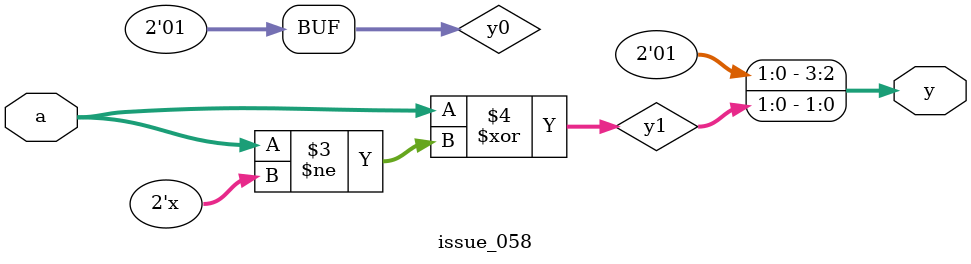
<source format=v>
module issue_058(a, y);
  input [1:0] a;
  output [3:0] y;

  // this is expected to set y[3:1] = {2'b01, a[1]} and y[0] = don't care,
  // but Vivado 2018.3 generates y[3:1] = {2'b1z, a[1]}.

  wire [1:0] y0;
  wire [1:0] y1;
  assign y = {y0,y1};

  localparam [1:0] p1 = 1;
  localparam [1:0] pX = 1 % 0;

  assign y0 = a ? p1 : p1;
  assign y1 = a ^ (a != pX);
endmodule

</source>
